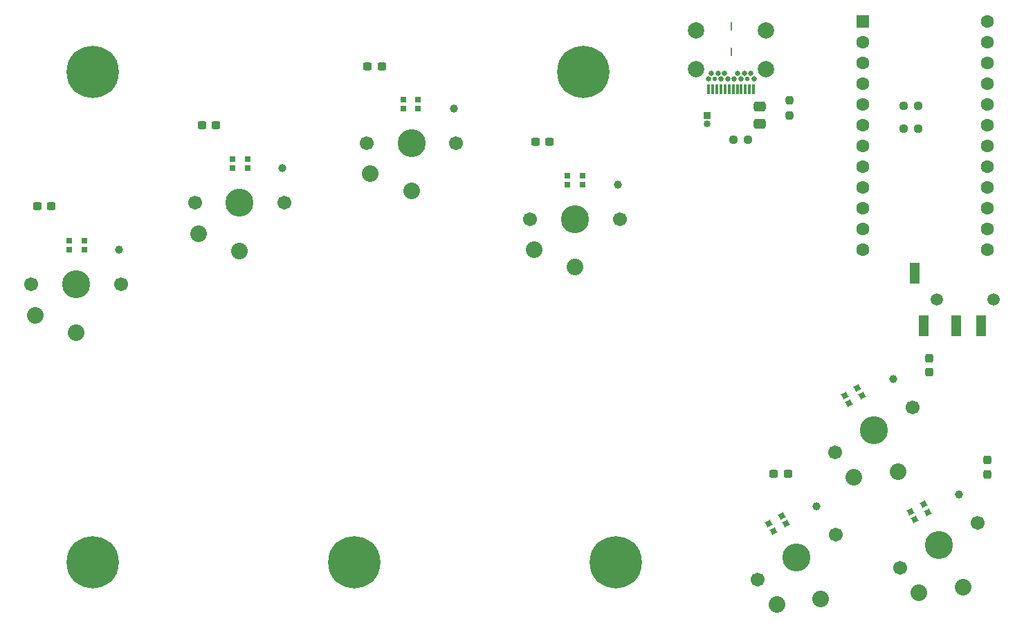
<source format=gbr>
%TF.GenerationSoftware,KiCad,Pcbnew,6.0.4*%
%TF.CreationDate,2022-04-08T16:19:54+02:00*%
%TF.ProjectId,keychordz,6b657963-686f-4726-947a-2e6b69636164,rev?*%
%TF.SameCoordinates,Original*%
%TF.FileFunction,Soldermask,Top*%
%TF.FilePolarity,Negative*%
%FSLAX46Y46*%
G04 Gerber Fmt 4.6, Leading zero omitted, Abs format (unit mm)*
G04 Created by KiCad (PCBNEW 6.0.4) date 2022-04-08 16:19:54*
%MOMM*%
%LPD*%
G01*
G04 APERTURE LIST*
G04 Aperture macros list*
%AMRoundRect*
0 Rectangle with rounded corners*
0 $1 Rounding radius*
0 $2 $3 $4 $5 $6 $7 $8 $9 X,Y pos of 4 corners*
0 Add a 4 corners polygon primitive as box body*
4,1,4,$2,$3,$4,$5,$6,$7,$8,$9,$2,$3,0*
0 Add four circle primitives for the rounded corners*
1,1,$1+$1,$2,$3*
1,1,$1+$1,$4,$5*
1,1,$1+$1,$6,$7*
1,1,$1+$1,$8,$9*
0 Add four rect primitives between the rounded corners*
20,1,$1+$1,$2,$3,$4,$5,0*
20,1,$1+$1,$4,$5,$6,$7,0*
20,1,$1+$1,$6,$7,$8,$9,0*
20,1,$1+$1,$8,$9,$2,$3,0*%
%AMRotRect*
0 Rectangle, with rotation*
0 The origin of the aperture is its center*
0 $1 length*
0 $2 width*
0 $3 Rotation angle, in degrees counterclockwise*
0 Add horizontal line*
21,1,$1,$2,0,0,$3*%
G04 Aperture macros list end*
%ADD10R,0.850000X0.850000*%
%ADD11O,0.850000X0.850000*%
%ADD12C,0.800000*%
%ADD13C,6.400000*%
%ADD14RoundRect,0.237500X-0.250000X-0.237500X0.250000X-0.237500X0.250000X0.237500X-0.250000X0.237500X0*%
%ADD15RoundRect,0.237500X0.250000X0.237500X-0.250000X0.237500X-0.250000X-0.237500X0.250000X-0.237500X0*%
%ADD16R,1.200000X2.500000*%
%ADD17C,1.500000*%
%ADD18R,0.700000X0.700000*%
%ADD19C,2.032000*%
%ADD20C,1.701800*%
%ADD21C,0.990600*%
%ADD22C,3.429000*%
%ADD23RotRect,0.700000X0.700000X30.000000*%
%ADD24RoundRect,0.237500X-0.237500X0.250000X-0.237500X-0.250000X0.237500X-0.250000X0.237500X0.250000X0*%
%ADD25RoundRect,0.237500X-0.300000X-0.237500X0.300000X-0.237500X0.300000X0.237500X-0.300000X0.237500X0*%
%ADD26R,1.600000X1.600000*%
%ADD27C,1.600000*%
%ADD28RoundRect,0.250000X-0.475000X0.337500X-0.475000X-0.337500X0.475000X-0.337500X0.475000X0.337500X0*%
%ADD29RoundRect,0.237500X0.237500X-0.300000X0.237500X0.300000X-0.237500X0.300000X-0.237500X-0.300000X0*%
%ADD30R,0.200000X1.000000*%
%ADD31C,2.010000*%
%ADD32C,0.550000*%
%ADD33C,0.650000*%
%ADD34R,0.300000X1.200000*%
%ADD35RoundRect,0.237500X-0.237500X0.300000X-0.237500X-0.300000X0.237500X-0.300000X0.237500X0.300000X0*%
G04 APERTURE END LIST*
D10*
%TO.C,USB*%
X97231200Y-48361600D03*
D11*
X97231200Y-49361598D03*
%TD*%
D12*
%TO.C,MNT5*%
X83697056Y-44697056D03*
X79600000Y-43000000D03*
X80302944Y-44697056D03*
X80302944Y-41302944D03*
X82000000Y-45400000D03*
X82000000Y-40600000D03*
X84400000Y-43000000D03*
D13*
X82000000Y-43000000D03*
D12*
X83697056Y-41302944D03*
%TD*%
%TO.C,MNT4*%
X23697056Y-44697056D03*
X19600000Y-43000000D03*
X20302944Y-44697056D03*
X20302944Y-41302944D03*
X22000000Y-45400000D03*
X22000000Y-40600000D03*
X24400000Y-43000000D03*
D13*
X22000000Y-43000000D03*
D12*
X23697056Y-41302944D03*
%TD*%
D14*
%TO.C,R2*%
X123035700Y-49987200D03*
X121210700Y-49987200D03*
%TD*%
D15*
%TO.C,R1*%
X123035700Y-47142400D03*
X121210700Y-47142400D03*
%TD*%
D16*
%TO.C,J2*%
X123683000Y-74116000D03*
X122583000Y-67616000D03*
X130683000Y-74116000D03*
X127683000Y-74116000D03*
D17*
X132283000Y-70866000D03*
X125283000Y-70866000D03*
%TD*%
D14*
%TO.C,R3*%
X100392500Y-51337000D03*
X102217500Y-51337000D03*
%TD*%
D18*
%TO.C,D8*%
X60003000Y-47525000D03*
X61833000Y-47525000D03*
X61833000Y-46425000D03*
X60003000Y-46425000D03*
%TD*%
D19*
%TO.C,SW1*%
X123135873Y-106742897D03*
X128516000Y-106061550D03*
D20*
X120802860Y-103702000D03*
D21*
X127986653Y-94704693D03*
D20*
X130329140Y-98202000D03*
D22*
X125566000Y-100952000D03*
%TD*%
D23*
%TO.C,D4*%
X122622587Y-97815814D03*
X124207413Y-96900814D03*
X123657413Y-95948186D03*
X122072587Y-96863186D03*
%TD*%
D12*
%TO.C,MNT3*%
X87697056Y-104697056D03*
X83600000Y-103000000D03*
X84302944Y-104697056D03*
X84302944Y-101302944D03*
X86000000Y-105400000D03*
X86000000Y-100600000D03*
X88400000Y-103000000D03*
D13*
X86000000Y-103000000D03*
D12*
X87697056Y-101302944D03*
%TD*%
D19*
%TO.C,SW5*%
X56000000Y-55489000D03*
X61000000Y-57589000D03*
D22*
X61000000Y-51689000D03*
D21*
X66220000Y-47489000D03*
D20*
X55500000Y-51689000D03*
X66500000Y-51689000D03*
%TD*%
D24*
%TO.C,R4*%
X107291000Y-46494500D03*
X107291000Y-48319500D03*
%TD*%
D23*
%TO.C,D5*%
X105282587Y-99233814D03*
X106867413Y-98318814D03*
X106317413Y-97366186D03*
X104732587Y-98281186D03*
%TD*%
D19*
%TO.C,SW6*%
X15000000Y-72800000D03*
X20000000Y-74900000D03*
D22*
X20000000Y-69000000D03*
D21*
X25220000Y-64800000D03*
D20*
X14500000Y-69000000D03*
X25500000Y-69000000D03*
%TD*%
D25*
%TO.C,C29*%
X35369500Y-49546000D03*
X37094500Y-49546000D03*
%TD*%
%TO.C,C30*%
X15213500Y-59452000D03*
X16938500Y-59452000D03*
%TD*%
D26*
%TO.C,U2*%
X116205000Y-36830000D03*
D27*
X116205000Y-39370000D03*
X116205000Y-41910000D03*
X116205000Y-44450000D03*
X116205000Y-46990000D03*
X116205000Y-49530000D03*
X116205000Y-52070000D03*
X116205000Y-54610000D03*
X116205000Y-57150000D03*
X116205000Y-59690000D03*
X116205000Y-62230000D03*
X116205000Y-64770000D03*
X131445000Y-64770000D03*
X131445000Y-62230000D03*
X131445000Y-59690000D03*
X131445000Y-57150000D03*
X131445000Y-54610000D03*
X131445000Y-52070000D03*
X131445000Y-49530000D03*
X131445000Y-46990000D03*
X131445000Y-44450000D03*
X131445000Y-41910000D03*
X131445000Y-39370000D03*
X131445000Y-36830000D03*
%TD*%
D28*
%TO.C,C22*%
X103591000Y-47251500D03*
X103591000Y-49326500D03*
%TD*%
D25*
%TO.C,C28*%
X55663000Y-42361000D03*
X57388000Y-42361000D03*
%TD*%
D19*
%TO.C,SW2*%
X105721873Y-108230897D03*
X111102000Y-107549550D03*
D22*
X108152000Y-102440000D03*
D21*
X110572653Y-96192693D03*
D20*
X112915140Y-99690000D03*
X103388860Y-105190000D03*
%TD*%
D25*
%TO.C,C27*%
X76173500Y-51562000D03*
X77898500Y-51562000D03*
%TD*%
D19*
%TO.C,SW7*%
X35000000Y-62800000D03*
X40000000Y-64900000D03*
D21*
X45220000Y-54800000D03*
D20*
X45500000Y-59000000D03*
D22*
X40000000Y-59000000D03*
D20*
X34500000Y-59000000D03*
%TD*%
D23*
%TO.C,D6*%
X114562587Y-83577314D03*
X116147413Y-82662314D03*
X115597413Y-81709686D03*
X114012587Y-82624686D03*
%TD*%
D29*
%TO.C,C4*%
X131500000Y-92262500D03*
X131500000Y-90537500D03*
%TD*%
D19*
%TO.C,SW3*%
X115149873Y-92634397D03*
X120530000Y-91953050D03*
D21*
X120000653Y-80596193D03*
D22*
X117580000Y-86843500D03*
D20*
X122343140Y-84093500D03*
X112816860Y-89593500D03*
%TD*%
D12*
%TO.C,MNT2*%
X56400000Y-103000000D03*
X54000000Y-105400000D03*
X52302944Y-104697056D03*
X52302944Y-101302944D03*
X54000000Y-100600000D03*
X51600000Y-103000000D03*
D13*
X54000000Y-103000000D03*
D12*
X55697056Y-101302944D03*
X55697056Y-104697056D03*
%TD*%
D30*
%TO.C,J1*%
X100127000Y-37417000D03*
X100127000Y-40517000D03*
D31*
X95857000Y-37967000D03*
X104397000Y-37967000D03*
X95857000Y-42697000D03*
X104397000Y-42697000D03*
D32*
X102127000Y-43847000D03*
X98127000Y-43847000D03*
D33*
X102927000Y-43847000D03*
X102527000Y-43137000D03*
X101727000Y-43137000D03*
X101327000Y-43847000D03*
X100927000Y-43137000D03*
X100527000Y-43847000D03*
X99727000Y-43847000D03*
X99327000Y-43137000D03*
X98927000Y-43847000D03*
X98527000Y-43137000D03*
X97727000Y-43137000D03*
X97327000Y-43847000D03*
D34*
X97377000Y-45097000D03*
X97877000Y-45097000D03*
X98377000Y-45097000D03*
X98877000Y-45097000D03*
X99377000Y-45097000D03*
X99877000Y-45097000D03*
X100377000Y-45097000D03*
X100877000Y-45097000D03*
X101377000Y-45097000D03*
X101877000Y-45097000D03*
X102377000Y-45097000D03*
X102877000Y-45097000D03*
%TD*%
D19*
%TO.C,SW4*%
X76048000Y-64800000D03*
X81048000Y-66900000D03*
D20*
X86548000Y-61000000D03*
X75548000Y-61000000D03*
D21*
X86268000Y-56800000D03*
D22*
X81048000Y-61000000D03*
%TD*%
D18*
%TO.C,D10*%
X19125000Y-64791500D03*
X20955000Y-64791500D03*
X20955000Y-63691500D03*
X19125000Y-63691500D03*
%TD*%
D35*
%TO.C,C26*%
X124400000Y-78037500D03*
X124400000Y-79762500D03*
%TD*%
D25*
%TO.C,C25*%
X105337500Y-92200000D03*
X107062500Y-92200000D03*
%TD*%
D13*
%TO.C,MNT1*%
X22000000Y-103000000D03*
D12*
X19600000Y-103000000D03*
X20302944Y-104697056D03*
X22000000Y-105400000D03*
X24400000Y-103000000D03*
X20302944Y-101302944D03*
X23697056Y-104697056D03*
X23697056Y-101302944D03*
X22000000Y-100600000D03*
%TD*%
D18*
%TO.C,D7*%
X80085000Y-56774500D03*
X81915000Y-56774500D03*
X81915000Y-55674500D03*
X80085000Y-55674500D03*
%TD*%
%TO.C,D9*%
X39154000Y-54758500D03*
X40984000Y-54758500D03*
X40984000Y-53658500D03*
X39154000Y-53658500D03*
%TD*%
M02*

</source>
